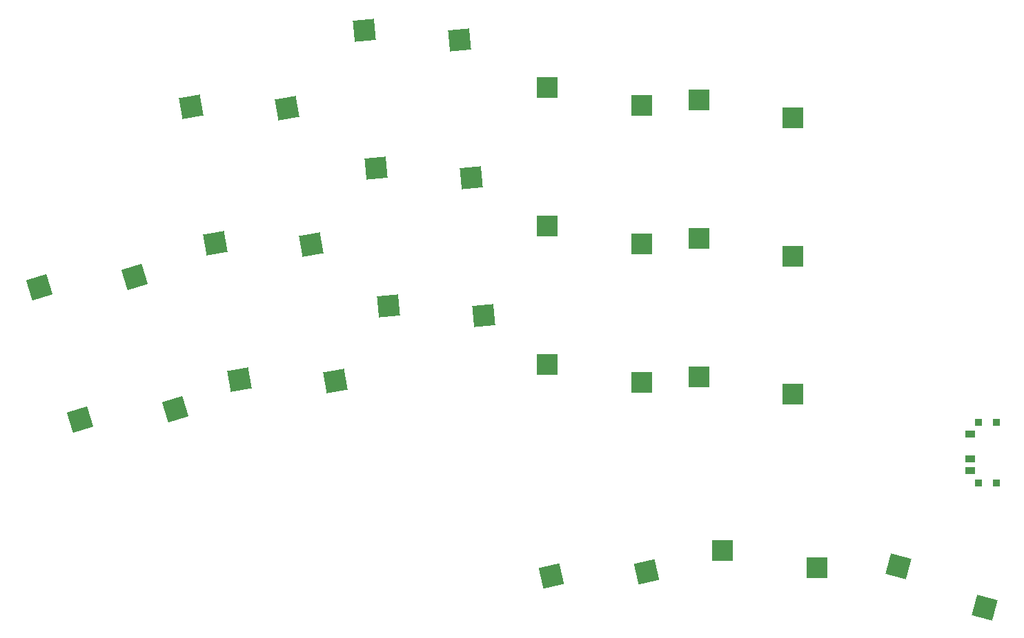
<source format=gbp>
%TF.GenerationSoftware,KiCad,Pcbnew,(6.0.4)*%
%TF.CreationDate,2022-05-26T21:53:46+02:00*%
%TF.ProjectId,batta,62617474-612e-46b6-9963-61645f706362,v1.0.0*%
%TF.SameCoordinates,Original*%
%TF.FileFunction,Paste,Bot*%
%TF.FilePolarity,Positive*%
%FSLAX46Y46*%
G04 Gerber Fmt 4.6, Leading zero omitted, Abs format (unit mm)*
G04 Created by KiCad (PCBNEW (6.0.4)) date 2022-05-26 21:53:46*
%MOMM*%
%LPD*%
G01*
G04 APERTURE LIST*
G04 Aperture macros list*
%AMRotRect*
0 Rectangle, with rotation*
0 The origin of the aperture is its center*
0 $1 length*
0 $2 width*
0 $3 Rotation angle, in degrees counterclockwise*
0 Add horizontal line*
21,1,$1,$2,0,0,$3*%
G04 Aperture macros list end*
%ADD10RotRect,2.600000X2.600000X10.000000*%
%ADD11RotRect,2.600000X2.600000X5.000000*%
%ADD12R,2.600000X2.600000*%
%ADD13RotRect,2.600000X2.600000X345.000000*%
%ADD14R,0.900000X0.900000*%
%ADD15R,1.250000X0.900000*%
%ADD16RotRect,2.600000X2.600000X13.000000*%
%ADD17RotRect,2.600000X2.600000X17.000000*%
G04 APERTURE END LIST*
D10*
%TO.C,S11*%
X68441985Y110243738D03*
X80198542Y110082797D03*
%TD*%
D11*
%TO.C,S15*%
X91124018Y102756090D03*
X102821810Y101571110D03*
%TD*%
D12*
%TO.C,S21*%
X112136086Y95636017D03*
X123686087Y93436016D03*
%TD*%
%TO.C,S29*%
X142260000Y108927999D03*
X130709999Y111128000D03*
%TD*%
D13*
%TO.C,S33*%
X155175858Y53817889D03*
X165762900Y48703491D03*
%TD*%
D10*
%TO.C,S7*%
X74346023Y76760274D03*
X86102580Y76599333D03*
%TD*%
D14*
%TO.C,T2*%
X167216000Y64082000D03*
X167216000Y71482000D03*
X165016000Y64082000D03*
X165016000Y71482000D03*
D15*
X164041000Y70032000D03*
X164041000Y67032000D03*
X164041000Y65532000D03*
%TD*%
D16*
%TO.C,S1*%
X112576576Y52658006D03*
X124325444Y53112576D03*
%TD*%
D17*
%TO.C,S5*%
X49791495Y88098693D03*
X61480034Y89371715D03*
%TD*%
D12*
%TO.C,S27*%
X130709999Y94128000D03*
X142260000Y91927999D03*
%TD*%
D10*
%TO.C,S9*%
X83150561Y93341065D03*
X71394004Y93502006D03*
%TD*%
D11*
%TO.C,S13*%
X92605666Y85820780D03*
X104303458Y84635800D03*
%TD*%
%TO.C,S17*%
X89642371Y119691400D03*
X101340163Y118506420D03*
%TD*%
D12*
%TO.C,S31*%
X133630998Y55792001D03*
X145180999Y53592000D03*
%TD*%
D17*
%TO.C,S3*%
X54761814Y71841512D03*
X66450353Y73114534D03*
%TD*%
D12*
%TO.C,S23*%
X112136086Y112636017D03*
X123686087Y110436016D03*
%TD*%
%TO.C,S25*%
X130709999Y77128000D03*
X142260000Y74927999D03*
%TD*%
%TO.C,S19*%
X112136086Y78636017D03*
X123686087Y76436016D03*
%TD*%
M02*

</source>
